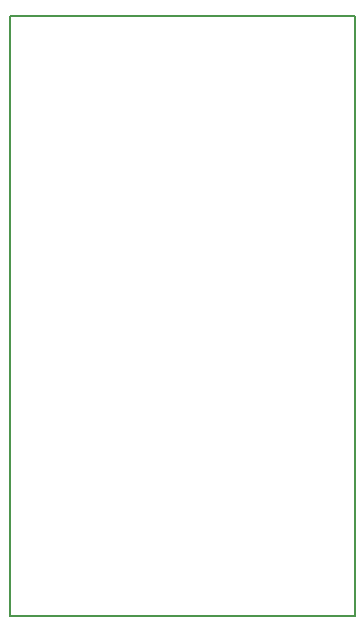
<source format=gbr>
G04 #@! TF.FileFunction,Profile,NP*
%FSLAX46Y46*%
G04 Gerber Fmt 4.6, Leading zero omitted, Abs format (unit mm)*
G04 Created by KiCad (PCBNEW 4.0.7) date 05/03/18 17:21:10*
%MOMM*%
%LPD*%
G01*
G04 APERTURE LIST*
%ADD10C,0.100000*%
%ADD11C,0.150000*%
G04 APERTURE END LIST*
D10*
D11*
X99695000Y-128905000D02*
X99695000Y-78105000D01*
X128905000Y-128905000D02*
X99695000Y-128905000D01*
X128905000Y-78105000D02*
X128905000Y-128905000D01*
X99695000Y-78105000D02*
X128905000Y-78105000D01*
M02*

</source>
